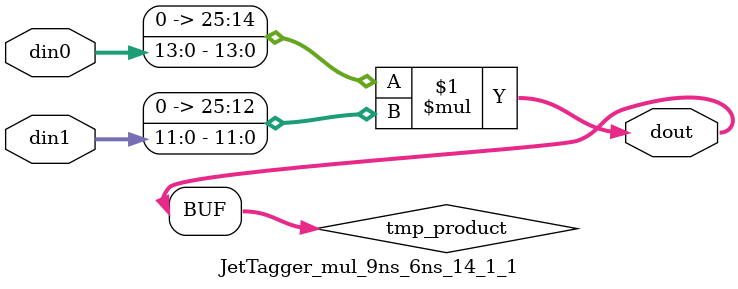
<source format=v>

`timescale 1 ns / 1 ps

  module JetTagger_mul_9ns_6ns_14_1_1(din0, din1, dout);
parameter ID = 1;
parameter NUM_STAGE = 0;
parameter din0_WIDTH = 14;
parameter din1_WIDTH = 12;
parameter dout_WIDTH = 26;

input [din0_WIDTH - 1 : 0] din0; 
input [din1_WIDTH - 1 : 0] din1; 
output [dout_WIDTH - 1 : 0] dout;

wire signed [dout_WIDTH - 1 : 0] tmp_product;










assign tmp_product = $signed({1'b0, din0}) * $signed({1'b0, din1});











assign dout = tmp_product;







endmodule

</source>
